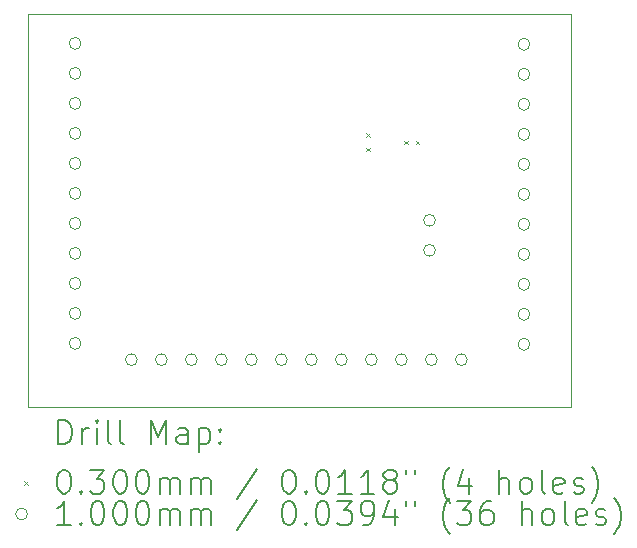
<source format=gbr>
%TF.GenerationSoftware,KiCad,Pcbnew,8.0.1*%
%TF.CreationDate,2024-04-24T16:47:29+07:00*%
%TF.ProjectId,holyiot-21043-nrf52810,686f6c79-696f-4742-9d32-313034332d6e,rev?*%
%TF.SameCoordinates,Original*%
%TF.FileFunction,Drillmap*%
%TF.FilePolarity,Positive*%
%FSLAX45Y45*%
G04 Gerber Fmt 4.5, Leading zero omitted, Abs format (unit mm)*
G04 Created by KiCad (PCBNEW 8.0.1) date 2024-04-24 16:47:29*
%MOMM*%
%LPD*%
G01*
G04 APERTURE LIST*
%ADD10C,0.050000*%
%ADD11C,0.200000*%
%ADD12C,0.100000*%
G04 APERTURE END LIST*
D10*
X12000000Y-9870000D02*
X16600000Y-9870000D01*
X16600000Y-13200000D01*
X12000000Y-13200000D01*
X12000000Y-9870000D01*
D11*
D12*
X14865000Y-10885000D02*
X14895000Y-10915000D01*
X14895000Y-10885000D02*
X14865000Y-10915000D01*
X14865000Y-11005000D02*
X14895000Y-11035000D01*
X14895000Y-11005000D02*
X14865000Y-11035000D01*
X15185000Y-10945000D02*
X15215000Y-10975000D01*
X15215000Y-10945000D02*
X15185000Y-10975000D01*
X15285000Y-10945000D02*
X15315000Y-10975000D01*
X15315000Y-10945000D02*
X15285000Y-10975000D01*
X12450000Y-10122000D02*
G75*
G02*
X12350000Y-10122000I-50000J0D01*
G01*
X12350000Y-10122000D02*
G75*
G02*
X12450000Y-10122000I50000J0D01*
G01*
X12450000Y-10376000D02*
G75*
G02*
X12350000Y-10376000I-50000J0D01*
G01*
X12350000Y-10376000D02*
G75*
G02*
X12450000Y-10376000I50000J0D01*
G01*
X12450000Y-10630000D02*
G75*
G02*
X12350000Y-10630000I-50000J0D01*
G01*
X12350000Y-10630000D02*
G75*
G02*
X12450000Y-10630000I50000J0D01*
G01*
X12450000Y-10884000D02*
G75*
G02*
X12350000Y-10884000I-50000J0D01*
G01*
X12350000Y-10884000D02*
G75*
G02*
X12450000Y-10884000I50000J0D01*
G01*
X12450000Y-11138000D02*
G75*
G02*
X12350000Y-11138000I-50000J0D01*
G01*
X12350000Y-11138000D02*
G75*
G02*
X12450000Y-11138000I50000J0D01*
G01*
X12450000Y-11392000D02*
G75*
G02*
X12350000Y-11392000I-50000J0D01*
G01*
X12350000Y-11392000D02*
G75*
G02*
X12450000Y-11392000I50000J0D01*
G01*
X12450000Y-11646000D02*
G75*
G02*
X12350000Y-11646000I-50000J0D01*
G01*
X12350000Y-11646000D02*
G75*
G02*
X12450000Y-11646000I50000J0D01*
G01*
X12450000Y-11900000D02*
G75*
G02*
X12350000Y-11900000I-50000J0D01*
G01*
X12350000Y-11900000D02*
G75*
G02*
X12450000Y-11900000I50000J0D01*
G01*
X12450000Y-12154000D02*
G75*
G02*
X12350000Y-12154000I-50000J0D01*
G01*
X12350000Y-12154000D02*
G75*
G02*
X12450000Y-12154000I50000J0D01*
G01*
X12450000Y-12408000D02*
G75*
G02*
X12350000Y-12408000I-50000J0D01*
G01*
X12350000Y-12408000D02*
G75*
G02*
X12450000Y-12408000I50000J0D01*
G01*
X12450000Y-12662000D02*
G75*
G02*
X12350000Y-12662000I-50000J0D01*
G01*
X12350000Y-12662000D02*
G75*
G02*
X12450000Y-12662000I50000J0D01*
G01*
X12926000Y-12800000D02*
G75*
G02*
X12826000Y-12800000I-50000J0D01*
G01*
X12826000Y-12800000D02*
G75*
G02*
X12926000Y-12800000I50000J0D01*
G01*
X13180000Y-12800000D02*
G75*
G02*
X13080000Y-12800000I-50000J0D01*
G01*
X13080000Y-12800000D02*
G75*
G02*
X13180000Y-12800000I50000J0D01*
G01*
X13434000Y-12800000D02*
G75*
G02*
X13334000Y-12800000I-50000J0D01*
G01*
X13334000Y-12800000D02*
G75*
G02*
X13434000Y-12800000I50000J0D01*
G01*
X13688000Y-12800000D02*
G75*
G02*
X13588000Y-12800000I-50000J0D01*
G01*
X13588000Y-12800000D02*
G75*
G02*
X13688000Y-12800000I50000J0D01*
G01*
X13942000Y-12800000D02*
G75*
G02*
X13842000Y-12800000I-50000J0D01*
G01*
X13842000Y-12800000D02*
G75*
G02*
X13942000Y-12800000I50000J0D01*
G01*
X14196000Y-12800000D02*
G75*
G02*
X14096000Y-12800000I-50000J0D01*
G01*
X14096000Y-12800000D02*
G75*
G02*
X14196000Y-12800000I50000J0D01*
G01*
X14450000Y-12800000D02*
G75*
G02*
X14350000Y-12800000I-50000J0D01*
G01*
X14350000Y-12800000D02*
G75*
G02*
X14450000Y-12800000I50000J0D01*
G01*
X14704000Y-12800000D02*
G75*
G02*
X14604000Y-12800000I-50000J0D01*
G01*
X14604000Y-12800000D02*
G75*
G02*
X14704000Y-12800000I50000J0D01*
G01*
X14958000Y-12800000D02*
G75*
G02*
X14858000Y-12800000I-50000J0D01*
G01*
X14858000Y-12800000D02*
G75*
G02*
X14958000Y-12800000I50000J0D01*
G01*
X15212000Y-12800000D02*
G75*
G02*
X15112000Y-12800000I-50000J0D01*
G01*
X15112000Y-12800000D02*
G75*
G02*
X15212000Y-12800000I50000J0D01*
G01*
X15450000Y-11620000D02*
G75*
G02*
X15350000Y-11620000I-50000J0D01*
G01*
X15350000Y-11620000D02*
G75*
G02*
X15450000Y-11620000I50000J0D01*
G01*
X15450000Y-11874000D02*
G75*
G02*
X15350000Y-11874000I-50000J0D01*
G01*
X15350000Y-11874000D02*
G75*
G02*
X15450000Y-11874000I50000J0D01*
G01*
X15466000Y-12800000D02*
G75*
G02*
X15366000Y-12800000I-50000J0D01*
G01*
X15366000Y-12800000D02*
G75*
G02*
X15466000Y-12800000I50000J0D01*
G01*
X15720000Y-12800000D02*
G75*
G02*
X15620000Y-12800000I-50000J0D01*
G01*
X15620000Y-12800000D02*
G75*
G02*
X15720000Y-12800000I50000J0D01*
G01*
X16250000Y-10130000D02*
G75*
G02*
X16150000Y-10130000I-50000J0D01*
G01*
X16150000Y-10130000D02*
G75*
G02*
X16250000Y-10130000I50000J0D01*
G01*
X16250000Y-10384000D02*
G75*
G02*
X16150000Y-10384000I-50000J0D01*
G01*
X16150000Y-10384000D02*
G75*
G02*
X16250000Y-10384000I50000J0D01*
G01*
X16250000Y-10638000D02*
G75*
G02*
X16150000Y-10638000I-50000J0D01*
G01*
X16150000Y-10638000D02*
G75*
G02*
X16250000Y-10638000I50000J0D01*
G01*
X16250000Y-10892000D02*
G75*
G02*
X16150000Y-10892000I-50000J0D01*
G01*
X16150000Y-10892000D02*
G75*
G02*
X16250000Y-10892000I50000J0D01*
G01*
X16250000Y-11146000D02*
G75*
G02*
X16150000Y-11146000I-50000J0D01*
G01*
X16150000Y-11146000D02*
G75*
G02*
X16250000Y-11146000I50000J0D01*
G01*
X16250000Y-11400000D02*
G75*
G02*
X16150000Y-11400000I-50000J0D01*
G01*
X16150000Y-11400000D02*
G75*
G02*
X16250000Y-11400000I50000J0D01*
G01*
X16250000Y-11654000D02*
G75*
G02*
X16150000Y-11654000I-50000J0D01*
G01*
X16150000Y-11654000D02*
G75*
G02*
X16250000Y-11654000I50000J0D01*
G01*
X16250000Y-11908000D02*
G75*
G02*
X16150000Y-11908000I-50000J0D01*
G01*
X16150000Y-11908000D02*
G75*
G02*
X16250000Y-11908000I50000J0D01*
G01*
X16250000Y-12162000D02*
G75*
G02*
X16150000Y-12162000I-50000J0D01*
G01*
X16150000Y-12162000D02*
G75*
G02*
X16250000Y-12162000I50000J0D01*
G01*
X16250000Y-12416000D02*
G75*
G02*
X16150000Y-12416000I-50000J0D01*
G01*
X16150000Y-12416000D02*
G75*
G02*
X16250000Y-12416000I50000J0D01*
G01*
X16250000Y-12670000D02*
G75*
G02*
X16150000Y-12670000I-50000J0D01*
G01*
X16150000Y-12670000D02*
G75*
G02*
X16250000Y-12670000I50000J0D01*
G01*
D11*
X12258277Y-13513984D02*
X12258277Y-13313984D01*
X12258277Y-13313984D02*
X12305896Y-13313984D01*
X12305896Y-13313984D02*
X12334467Y-13323508D01*
X12334467Y-13323508D02*
X12353515Y-13342555D01*
X12353515Y-13342555D02*
X12363039Y-13361603D01*
X12363039Y-13361603D02*
X12372562Y-13399698D01*
X12372562Y-13399698D02*
X12372562Y-13428269D01*
X12372562Y-13428269D02*
X12363039Y-13466365D01*
X12363039Y-13466365D02*
X12353515Y-13485412D01*
X12353515Y-13485412D02*
X12334467Y-13504460D01*
X12334467Y-13504460D02*
X12305896Y-13513984D01*
X12305896Y-13513984D02*
X12258277Y-13513984D01*
X12458277Y-13513984D02*
X12458277Y-13380650D01*
X12458277Y-13418746D02*
X12467801Y-13399698D01*
X12467801Y-13399698D02*
X12477324Y-13390174D01*
X12477324Y-13390174D02*
X12496372Y-13380650D01*
X12496372Y-13380650D02*
X12515420Y-13380650D01*
X12582086Y-13513984D02*
X12582086Y-13380650D01*
X12582086Y-13313984D02*
X12572562Y-13323508D01*
X12572562Y-13323508D02*
X12582086Y-13333031D01*
X12582086Y-13333031D02*
X12591610Y-13323508D01*
X12591610Y-13323508D02*
X12582086Y-13313984D01*
X12582086Y-13313984D02*
X12582086Y-13333031D01*
X12705896Y-13513984D02*
X12686848Y-13504460D01*
X12686848Y-13504460D02*
X12677324Y-13485412D01*
X12677324Y-13485412D02*
X12677324Y-13313984D01*
X12810658Y-13513984D02*
X12791610Y-13504460D01*
X12791610Y-13504460D02*
X12782086Y-13485412D01*
X12782086Y-13485412D02*
X12782086Y-13313984D01*
X13039229Y-13513984D02*
X13039229Y-13313984D01*
X13039229Y-13313984D02*
X13105896Y-13456841D01*
X13105896Y-13456841D02*
X13172562Y-13313984D01*
X13172562Y-13313984D02*
X13172562Y-13513984D01*
X13353515Y-13513984D02*
X13353515Y-13409222D01*
X13353515Y-13409222D02*
X13343991Y-13390174D01*
X13343991Y-13390174D02*
X13324943Y-13380650D01*
X13324943Y-13380650D02*
X13286848Y-13380650D01*
X13286848Y-13380650D02*
X13267801Y-13390174D01*
X13353515Y-13504460D02*
X13334467Y-13513984D01*
X13334467Y-13513984D02*
X13286848Y-13513984D01*
X13286848Y-13513984D02*
X13267801Y-13504460D01*
X13267801Y-13504460D02*
X13258277Y-13485412D01*
X13258277Y-13485412D02*
X13258277Y-13466365D01*
X13258277Y-13466365D02*
X13267801Y-13447317D01*
X13267801Y-13447317D02*
X13286848Y-13437793D01*
X13286848Y-13437793D02*
X13334467Y-13437793D01*
X13334467Y-13437793D02*
X13353515Y-13428269D01*
X13448753Y-13380650D02*
X13448753Y-13580650D01*
X13448753Y-13390174D02*
X13467801Y-13380650D01*
X13467801Y-13380650D02*
X13505896Y-13380650D01*
X13505896Y-13380650D02*
X13524943Y-13390174D01*
X13524943Y-13390174D02*
X13534467Y-13399698D01*
X13534467Y-13399698D02*
X13543991Y-13418746D01*
X13543991Y-13418746D02*
X13543991Y-13475888D01*
X13543991Y-13475888D02*
X13534467Y-13494936D01*
X13534467Y-13494936D02*
X13524943Y-13504460D01*
X13524943Y-13504460D02*
X13505896Y-13513984D01*
X13505896Y-13513984D02*
X13467801Y-13513984D01*
X13467801Y-13513984D02*
X13448753Y-13504460D01*
X13629705Y-13494936D02*
X13639229Y-13504460D01*
X13639229Y-13504460D02*
X13629705Y-13513984D01*
X13629705Y-13513984D02*
X13620182Y-13504460D01*
X13620182Y-13504460D02*
X13629705Y-13494936D01*
X13629705Y-13494936D02*
X13629705Y-13513984D01*
X13629705Y-13390174D02*
X13639229Y-13399698D01*
X13639229Y-13399698D02*
X13629705Y-13409222D01*
X13629705Y-13409222D02*
X13620182Y-13399698D01*
X13620182Y-13399698D02*
X13629705Y-13390174D01*
X13629705Y-13390174D02*
X13629705Y-13409222D01*
D12*
X11967500Y-13827500D02*
X11997500Y-13857500D01*
X11997500Y-13827500D02*
X11967500Y-13857500D01*
D11*
X12296372Y-13733984D02*
X12315420Y-13733984D01*
X12315420Y-13733984D02*
X12334467Y-13743508D01*
X12334467Y-13743508D02*
X12343991Y-13753031D01*
X12343991Y-13753031D02*
X12353515Y-13772079D01*
X12353515Y-13772079D02*
X12363039Y-13810174D01*
X12363039Y-13810174D02*
X12363039Y-13857793D01*
X12363039Y-13857793D02*
X12353515Y-13895888D01*
X12353515Y-13895888D02*
X12343991Y-13914936D01*
X12343991Y-13914936D02*
X12334467Y-13924460D01*
X12334467Y-13924460D02*
X12315420Y-13933984D01*
X12315420Y-13933984D02*
X12296372Y-13933984D01*
X12296372Y-13933984D02*
X12277324Y-13924460D01*
X12277324Y-13924460D02*
X12267801Y-13914936D01*
X12267801Y-13914936D02*
X12258277Y-13895888D01*
X12258277Y-13895888D02*
X12248753Y-13857793D01*
X12248753Y-13857793D02*
X12248753Y-13810174D01*
X12248753Y-13810174D02*
X12258277Y-13772079D01*
X12258277Y-13772079D02*
X12267801Y-13753031D01*
X12267801Y-13753031D02*
X12277324Y-13743508D01*
X12277324Y-13743508D02*
X12296372Y-13733984D01*
X12448753Y-13914936D02*
X12458277Y-13924460D01*
X12458277Y-13924460D02*
X12448753Y-13933984D01*
X12448753Y-13933984D02*
X12439229Y-13924460D01*
X12439229Y-13924460D02*
X12448753Y-13914936D01*
X12448753Y-13914936D02*
X12448753Y-13933984D01*
X12524943Y-13733984D02*
X12648753Y-13733984D01*
X12648753Y-13733984D02*
X12582086Y-13810174D01*
X12582086Y-13810174D02*
X12610658Y-13810174D01*
X12610658Y-13810174D02*
X12629705Y-13819698D01*
X12629705Y-13819698D02*
X12639229Y-13829222D01*
X12639229Y-13829222D02*
X12648753Y-13848269D01*
X12648753Y-13848269D02*
X12648753Y-13895888D01*
X12648753Y-13895888D02*
X12639229Y-13914936D01*
X12639229Y-13914936D02*
X12629705Y-13924460D01*
X12629705Y-13924460D02*
X12610658Y-13933984D01*
X12610658Y-13933984D02*
X12553515Y-13933984D01*
X12553515Y-13933984D02*
X12534467Y-13924460D01*
X12534467Y-13924460D02*
X12524943Y-13914936D01*
X12772562Y-13733984D02*
X12791610Y-13733984D01*
X12791610Y-13733984D02*
X12810658Y-13743508D01*
X12810658Y-13743508D02*
X12820182Y-13753031D01*
X12820182Y-13753031D02*
X12829705Y-13772079D01*
X12829705Y-13772079D02*
X12839229Y-13810174D01*
X12839229Y-13810174D02*
X12839229Y-13857793D01*
X12839229Y-13857793D02*
X12829705Y-13895888D01*
X12829705Y-13895888D02*
X12820182Y-13914936D01*
X12820182Y-13914936D02*
X12810658Y-13924460D01*
X12810658Y-13924460D02*
X12791610Y-13933984D01*
X12791610Y-13933984D02*
X12772562Y-13933984D01*
X12772562Y-13933984D02*
X12753515Y-13924460D01*
X12753515Y-13924460D02*
X12743991Y-13914936D01*
X12743991Y-13914936D02*
X12734467Y-13895888D01*
X12734467Y-13895888D02*
X12724943Y-13857793D01*
X12724943Y-13857793D02*
X12724943Y-13810174D01*
X12724943Y-13810174D02*
X12734467Y-13772079D01*
X12734467Y-13772079D02*
X12743991Y-13753031D01*
X12743991Y-13753031D02*
X12753515Y-13743508D01*
X12753515Y-13743508D02*
X12772562Y-13733984D01*
X12963039Y-13733984D02*
X12982086Y-13733984D01*
X12982086Y-13733984D02*
X13001134Y-13743508D01*
X13001134Y-13743508D02*
X13010658Y-13753031D01*
X13010658Y-13753031D02*
X13020182Y-13772079D01*
X13020182Y-13772079D02*
X13029705Y-13810174D01*
X13029705Y-13810174D02*
X13029705Y-13857793D01*
X13029705Y-13857793D02*
X13020182Y-13895888D01*
X13020182Y-13895888D02*
X13010658Y-13914936D01*
X13010658Y-13914936D02*
X13001134Y-13924460D01*
X13001134Y-13924460D02*
X12982086Y-13933984D01*
X12982086Y-13933984D02*
X12963039Y-13933984D01*
X12963039Y-13933984D02*
X12943991Y-13924460D01*
X12943991Y-13924460D02*
X12934467Y-13914936D01*
X12934467Y-13914936D02*
X12924943Y-13895888D01*
X12924943Y-13895888D02*
X12915420Y-13857793D01*
X12915420Y-13857793D02*
X12915420Y-13810174D01*
X12915420Y-13810174D02*
X12924943Y-13772079D01*
X12924943Y-13772079D02*
X12934467Y-13753031D01*
X12934467Y-13753031D02*
X12943991Y-13743508D01*
X12943991Y-13743508D02*
X12963039Y-13733984D01*
X13115420Y-13933984D02*
X13115420Y-13800650D01*
X13115420Y-13819698D02*
X13124943Y-13810174D01*
X13124943Y-13810174D02*
X13143991Y-13800650D01*
X13143991Y-13800650D02*
X13172563Y-13800650D01*
X13172563Y-13800650D02*
X13191610Y-13810174D01*
X13191610Y-13810174D02*
X13201134Y-13829222D01*
X13201134Y-13829222D02*
X13201134Y-13933984D01*
X13201134Y-13829222D02*
X13210658Y-13810174D01*
X13210658Y-13810174D02*
X13229705Y-13800650D01*
X13229705Y-13800650D02*
X13258277Y-13800650D01*
X13258277Y-13800650D02*
X13277324Y-13810174D01*
X13277324Y-13810174D02*
X13286848Y-13829222D01*
X13286848Y-13829222D02*
X13286848Y-13933984D01*
X13382086Y-13933984D02*
X13382086Y-13800650D01*
X13382086Y-13819698D02*
X13391610Y-13810174D01*
X13391610Y-13810174D02*
X13410658Y-13800650D01*
X13410658Y-13800650D02*
X13439229Y-13800650D01*
X13439229Y-13800650D02*
X13458277Y-13810174D01*
X13458277Y-13810174D02*
X13467801Y-13829222D01*
X13467801Y-13829222D02*
X13467801Y-13933984D01*
X13467801Y-13829222D02*
X13477324Y-13810174D01*
X13477324Y-13810174D02*
X13496372Y-13800650D01*
X13496372Y-13800650D02*
X13524943Y-13800650D01*
X13524943Y-13800650D02*
X13543991Y-13810174D01*
X13543991Y-13810174D02*
X13553515Y-13829222D01*
X13553515Y-13829222D02*
X13553515Y-13933984D01*
X13943991Y-13724460D02*
X13772563Y-13981603D01*
X14201134Y-13733984D02*
X14220182Y-13733984D01*
X14220182Y-13733984D02*
X14239229Y-13743508D01*
X14239229Y-13743508D02*
X14248753Y-13753031D01*
X14248753Y-13753031D02*
X14258277Y-13772079D01*
X14258277Y-13772079D02*
X14267801Y-13810174D01*
X14267801Y-13810174D02*
X14267801Y-13857793D01*
X14267801Y-13857793D02*
X14258277Y-13895888D01*
X14258277Y-13895888D02*
X14248753Y-13914936D01*
X14248753Y-13914936D02*
X14239229Y-13924460D01*
X14239229Y-13924460D02*
X14220182Y-13933984D01*
X14220182Y-13933984D02*
X14201134Y-13933984D01*
X14201134Y-13933984D02*
X14182086Y-13924460D01*
X14182086Y-13924460D02*
X14172563Y-13914936D01*
X14172563Y-13914936D02*
X14163039Y-13895888D01*
X14163039Y-13895888D02*
X14153515Y-13857793D01*
X14153515Y-13857793D02*
X14153515Y-13810174D01*
X14153515Y-13810174D02*
X14163039Y-13772079D01*
X14163039Y-13772079D02*
X14172563Y-13753031D01*
X14172563Y-13753031D02*
X14182086Y-13743508D01*
X14182086Y-13743508D02*
X14201134Y-13733984D01*
X14353515Y-13914936D02*
X14363039Y-13924460D01*
X14363039Y-13924460D02*
X14353515Y-13933984D01*
X14353515Y-13933984D02*
X14343991Y-13924460D01*
X14343991Y-13924460D02*
X14353515Y-13914936D01*
X14353515Y-13914936D02*
X14353515Y-13933984D01*
X14486848Y-13733984D02*
X14505896Y-13733984D01*
X14505896Y-13733984D02*
X14524944Y-13743508D01*
X14524944Y-13743508D02*
X14534467Y-13753031D01*
X14534467Y-13753031D02*
X14543991Y-13772079D01*
X14543991Y-13772079D02*
X14553515Y-13810174D01*
X14553515Y-13810174D02*
X14553515Y-13857793D01*
X14553515Y-13857793D02*
X14543991Y-13895888D01*
X14543991Y-13895888D02*
X14534467Y-13914936D01*
X14534467Y-13914936D02*
X14524944Y-13924460D01*
X14524944Y-13924460D02*
X14505896Y-13933984D01*
X14505896Y-13933984D02*
X14486848Y-13933984D01*
X14486848Y-13933984D02*
X14467801Y-13924460D01*
X14467801Y-13924460D02*
X14458277Y-13914936D01*
X14458277Y-13914936D02*
X14448753Y-13895888D01*
X14448753Y-13895888D02*
X14439229Y-13857793D01*
X14439229Y-13857793D02*
X14439229Y-13810174D01*
X14439229Y-13810174D02*
X14448753Y-13772079D01*
X14448753Y-13772079D02*
X14458277Y-13753031D01*
X14458277Y-13753031D02*
X14467801Y-13743508D01*
X14467801Y-13743508D02*
X14486848Y-13733984D01*
X14743991Y-13933984D02*
X14629706Y-13933984D01*
X14686848Y-13933984D02*
X14686848Y-13733984D01*
X14686848Y-13733984D02*
X14667801Y-13762555D01*
X14667801Y-13762555D02*
X14648753Y-13781603D01*
X14648753Y-13781603D02*
X14629706Y-13791127D01*
X14934467Y-13933984D02*
X14820182Y-13933984D01*
X14877325Y-13933984D02*
X14877325Y-13733984D01*
X14877325Y-13733984D02*
X14858277Y-13762555D01*
X14858277Y-13762555D02*
X14839229Y-13781603D01*
X14839229Y-13781603D02*
X14820182Y-13791127D01*
X15048753Y-13819698D02*
X15029706Y-13810174D01*
X15029706Y-13810174D02*
X15020182Y-13800650D01*
X15020182Y-13800650D02*
X15010658Y-13781603D01*
X15010658Y-13781603D02*
X15010658Y-13772079D01*
X15010658Y-13772079D02*
X15020182Y-13753031D01*
X15020182Y-13753031D02*
X15029706Y-13743508D01*
X15029706Y-13743508D02*
X15048753Y-13733984D01*
X15048753Y-13733984D02*
X15086848Y-13733984D01*
X15086848Y-13733984D02*
X15105896Y-13743508D01*
X15105896Y-13743508D02*
X15115420Y-13753031D01*
X15115420Y-13753031D02*
X15124944Y-13772079D01*
X15124944Y-13772079D02*
X15124944Y-13781603D01*
X15124944Y-13781603D02*
X15115420Y-13800650D01*
X15115420Y-13800650D02*
X15105896Y-13810174D01*
X15105896Y-13810174D02*
X15086848Y-13819698D01*
X15086848Y-13819698D02*
X15048753Y-13819698D01*
X15048753Y-13819698D02*
X15029706Y-13829222D01*
X15029706Y-13829222D02*
X15020182Y-13838746D01*
X15020182Y-13838746D02*
X15010658Y-13857793D01*
X15010658Y-13857793D02*
X15010658Y-13895888D01*
X15010658Y-13895888D02*
X15020182Y-13914936D01*
X15020182Y-13914936D02*
X15029706Y-13924460D01*
X15029706Y-13924460D02*
X15048753Y-13933984D01*
X15048753Y-13933984D02*
X15086848Y-13933984D01*
X15086848Y-13933984D02*
X15105896Y-13924460D01*
X15105896Y-13924460D02*
X15115420Y-13914936D01*
X15115420Y-13914936D02*
X15124944Y-13895888D01*
X15124944Y-13895888D02*
X15124944Y-13857793D01*
X15124944Y-13857793D02*
X15115420Y-13838746D01*
X15115420Y-13838746D02*
X15105896Y-13829222D01*
X15105896Y-13829222D02*
X15086848Y-13819698D01*
X15201134Y-13733984D02*
X15201134Y-13772079D01*
X15277325Y-13733984D02*
X15277325Y-13772079D01*
X15572563Y-14010174D02*
X15563039Y-14000650D01*
X15563039Y-14000650D02*
X15543991Y-13972079D01*
X15543991Y-13972079D02*
X15534468Y-13953031D01*
X15534468Y-13953031D02*
X15524944Y-13924460D01*
X15524944Y-13924460D02*
X15515420Y-13876841D01*
X15515420Y-13876841D02*
X15515420Y-13838746D01*
X15515420Y-13838746D02*
X15524944Y-13791127D01*
X15524944Y-13791127D02*
X15534468Y-13762555D01*
X15534468Y-13762555D02*
X15543991Y-13743508D01*
X15543991Y-13743508D02*
X15563039Y-13714936D01*
X15563039Y-13714936D02*
X15572563Y-13705412D01*
X15734468Y-13800650D02*
X15734468Y-13933984D01*
X15686848Y-13724460D02*
X15639229Y-13867317D01*
X15639229Y-13867317D02*
X15763039Y-13867317D01*
X15991610Y-13933984D02*
X15991610Y-13733984D01*
X16077325Y-13933984D02*
X16077325Y-13829222D01*
X16077325Y-13829222D02*
X16067801Y-13810174D01*
X16067801Y-13810174D02*
X16048753Y-13800650D01*
X16048753Y-13800650D02*
X16020182Y-13800650D01*
X16020182Y-13800650D02*
X16001134Y-13810174D01*
X16001134Y-13810174D02*
X15991610Y-13819698D01*
X16201134Y-13933984D02*
X16182087Y-13924460D01*
X16182087Y-13924460D02*
X16172563Y-13914936D01*
X16172563Y-13914936D02*
X16163039Y-13895888D01*
X16163039Y-13895888D02*
X16163039Y-13838746D01*
X16163039Y-13838746D02*
X16172563Y-13819698D01*
X16172563Y-13819698D02*
X16182087Y-13810174D01*
X16182087Y-13810174D02*
X16201134Y-13800650D01*
X16201134Y-13800650D02*
X16229706Y-13800650D01*
X16229706Y-13800650D02*
X16248753Y-13810174D01*
X16248753Y-13810174D02*
X16258277Y-13819698D01*
X16258277Y-13819698D02*
X16267801Y-13838746D01*
X16267801Y-13838746D02*
X16267801Y-13895888D01*
X16267801Y-13895888D02*
X16258277Y-13914936D01*
X16258277Y-13914936D02*
X16248753Y-13924460D01*
X16248753Y-13924460D02*
X16229706Y-13933984D01*
X16229706Y-13933984D02*
X16201134Y-13933984D01*
X16382087Y-13933984D02*
X16363039Y-13924460D01*
X16363039Y-13924460D02*
X16353515Y-13905412D01*
X16353515Y-13905412D02*
X16353515Y-13733984D01*
X16534468Y-13924460D02*
X16515420Y-13933984D01*
X16515420Y-13933984D02*
X16477325Y-13933984D01*
X16477325Y-13933984D02*
X16458277Y-13924460D01*
X16458277Y-13924460D02*
X16448753Y-13905412D01*
X16448753Y-13905412D02*
X16448753Y-13829222D01*
X16448753Y-13829222D02*
X16458277Y-13810174D01*
X16458277Y-13810174D02*
X16477325Y-13800650D01*
X16477325Y-13800650D02*
X16515420Y-13800650D01*
X16515420Y-13800650D02*
X16534468Y-13810174D01*
X16534468Y-13810174D02*
X16543991Y-13829222D01*
X16543991Y-13829222D02*
X16543991Y-13848269D01*
X16543991Y-13848269D02*
X16448753Y-13867317D01*
X16620182Y-13924460D02*
X16639230Y-13933984D01*
X16639230Y-13933984D02*
X16677325Y-13933984D01*
X16677325Y-13933984D02*
X16696372Y-13924460D01*
X16696372Y-13924460D02*
X16705896Y-13905412D01*
X16705896Y-13905412D02*
X16705896Y-13895888D01*
X16705896Y-13895888D02*
X16696372Y-13876841D01*
X16696372Y-13876841D02*
X16677325Y-13867317D01*
X16677325Y-13867317D02*
X16648753Y-13867317D01*
X16648753Y-13867317D02*
X16629706Y-13857793D01*
X16629706Y-13857793D02*
X16620182Y-13838746D01*
X16620182Y-13838746D02*
X16620182Y-13829222D01*
X16620182Y-13829222D02*
X16629706Y-13810174D01*
X16629706Y-13810174D02*
X16648753Y-13800650D01*
X16648753Y-13800650D02*
X16677325Y-13800650D01*
X16677325Y-13800650D02*
X16696372Y-13810174D01*
X16772563Y-14010174D02*
X16782087Y-14000650D01*
X16782087Y-14000650D02*
X16801134Y-13972079D01*
X16801134Y-13972079D02*
X16810658Y-13953031D01*
X16810658Y-13953031D02*
X16820182Y-13924460D01*
X16820182Y-13924460D02*
X16829706Y-13876841D01*
X16829706Y-13876841D02*
X16829706Y-13838746D01*
X16829706Y-13838746D02*
X16820182Y-13791127D01*
X16820182Y-13791127D02*
X16810658Y-13762555D01*
X16810658Y-13762555D02*
X16801134Y-13743508D01*
X16801134Y-13743508D02*
X16782087Y-13714936D01*
X16782087Y-13714936D02*
X16772563Y-13705412D01*
D12*
X11997500Y-14106500D02*
G75*
G02*
X11897500Y-14106500I-50000J0D01*
G01*
X11897500Y-14106500D02*
G75*
G02*
X11997500Y-14106500I50000J0D01*
G01*
D11*
X12363039Y-14197984D02*
X12248753Y-14197984D01*
X12305896Y-14197984D02*
X12305896Y-13997984D01*
X12305896Y-13997984D02*
X12286848Y-14026555D01*
X12286848Y-14026555D02*
X12267801Y-14045603D01*
X12267801Y-14045603D02*
X12248753Y-14055127D01*
X12448753Y-14178936D02*
X12458277Y-14188460D01*
X12458277Y-14188460D02*
X12448753Y-14197984D01*
X12448753Y-14197984D02*
X12439229Y-14188460D01*
X12439229Y-14188460D02*
X12448753Y-14178936D01*
X12448753Y-14178936D02*
X12448753Y-14197984D01*
X12582086Y-13997984D02*
X12601134Y-13997984D01*
X12601134Y-13997984D02*
X12620182Y-14007508D01*
X12620182Y-14007508D02*
X12629705Y-14017031D01*
X12629705Y-14017031D02*
X12639229Y-14036079D01*
X12639229Y-14036079D02*
X12648753Y-14074174D01*
X12648753Y-14074174D02*
X12648753Y-14121793D01*
X12648753Y-14121793D02*
X12639229Y-14159888D01*
X12639229Y-14159888D02*
X12629705Y-14178936D01*
X12629705Y-14178936D02*
X12620182Y-14188460D01*
X12620182Y-14188460D02*
X12601134Y-14197984D01*
X12601134Y-14197984D02*
X12582086Y-14197984D01*
X12582086Y-14197984D02*
X12563039Y-14188460D01*
X12563039Y-14188460D02*
X12553515Y-14178936D01*
X12553515Y-14178936D02*
X12543991Y-14159888D01*
X12543991Y-14159888D02*
X12534467Y-14121793D01*
X12534467Y-14121793D02*
X12534467Y-14074174D01*
X12534467Y-14074174D02*
X12543991Y-14036079D01*
X12543991Y-14036079D02*
X12553515Y-14017031D01*
X12553515Y-14017031D02*
X12563039Y-14007508D01*
X12563039Y-14007508D02*
X12582086Y-13997984D01*
X12772562Y-13997984D02*
X12791610Y-13997984D01*
X12791610Y-13997984D02*
X12810658Y-14007508D01*
X12810658Y-14007508D02*
X12820182Y-14017031D01*
X12820182Y-14017031D02*
X12829705Y-14036079D01*
X12829705Y-14036079D02*
X12839229Y-14074174D01*
X12839229Y-14074174D02*
X12839229Y-14121793D01*
X12839229Y-14121793D02*
X12829705Y-14159888D01*
X12829705Y-14159888D02*
X12820182Y-14178936D01*
X12820182Y-14178936D02*
X12810658Y-14188460D01*
X12810658Y-14188460D02*
X12791610Y-14197984D01*
X12791610Y-14197984D02*
X12772562Y-14197984D01*
X12772562Y-14197984D02*
X12753515Y-14188460D01*
X12753515Y-14188460D02*
X12743991Y-14178936D01*
X12743991Y-14178936D02*
X12734467Y-14159888D01*
X12734467Y-14159888D02*
X12724943Y-14121793D01*
X12724943Y-14121793D02*
X12724943Y-14074174D01*
X12724943Y-14074174D02*
X12734467Y-14036079D01*
X12734467Y-14036079D02*
X12743991Y-14017031D01*
X12743991Y-14017031D02*
X12753515Y-14007508D01*
X12753515Y-14007508D02*
X12772562Y-13997984D01*
X12963039Y-13997984D02*
X12982086Y-13997984D01*
X12982086Y-13997984D02*
X13001134Y-14007508D01*
X13001134Y-14007508D02*
X13010658Y-14017031D01*
X13010658Y-14017031D02*
X13020182Y-14036079D01*
X13020182Y-14036079D02*
X13029705Y-14074174D01*
X13029705Y-14074174D02*
X13029705Y-14121793D01*
X13029705Y-14121793D02*
X13020182Y-14159888D01*
X13020182Y-14159888D02*
X13010658Y-14178936D01*
X13010658Y-14178936D02*
X13001134Y-14188460D01*
X13001134Y-14188460D02*
X12982086Y-14197984D01*
X12982086Y-14197984D02*
X12963039Y-14197984D01*
X12963039Y-14197984D02*
X12943991Y-14188460D01*
X12943991Y-14188460D02*
X12934467Y-14178936D01*
X12934467Y-14178936D02*
X12924943Y-14159888D01*
X12924943Y-14159888D02*
X12915420Y-14121793D01*
X12915420Y-14121793D02*
X12915420Y-14074174D01*
X12915420Y-14074174D02*
X12924943Y-14036079D01*
X12924943Y-14036079D02*
X12934467Y-14017031D01*
X12934467Y-14017031D02*
X12943991Y-14007508D01*
X12943991Y-14007508D02*
X12963039Y-13997984D01*
X13115420Y-14197984D02*
X13115420Y-14064650D01*
X13115420Y-14083698D02*
X13124943Y-14074174D01*
X13124943Y-14074174D02*
X13143991Y-14064650D01*
X13143991Y-14064650D02*
X13172563Y-14064650D01*
X13172563Y-14064650D02*
X13191610Y-14074174D01*
X13191610Y-14074174D02*
X13201134Y-14093222D01*
X13201134Y-14093222D02*
X13201134Y-14197984D01*
X13201134Y-14093222D02*
X13210658Y-14074174D01*
X13210658Y-14074174D02*
X13229705Y-14064650D01*
X13229705Y-14064650D02*
X13258277Y-14064650D01*
X13258277Y-14064650D02*
X13277324Y-14074174D01*
X13277324Y-14074174D02*
X13286848Y-14093222D01*
X13286848Y-14093222D02*
X13286848Y-14197984D01*
X13382086Y-14197984D02*
X13382086Y-14064650D01*
X13382086Y-14083698D02*
X13391610Y-14074174D01*
X13391610Y-14074174D02*
X13410658Y-14064650D01*
X13410658Y-14064650D02*
X13439229Y-14064650D01*
X13439229Y-14064650D02*
X13458277Y-14074174D01*
X13458277Y-14074174D02*
X13467801Y-14093222D01*
X13467801Y-14093222D02*
X13467801Y-14197984D01*
X13467801Y-14093222D02*
X13477324Y-14074174D01*
X13477324Y-14074174D02*
X13496372Y-14064650D01*
X13496372Y-14064650D02*
X13524943Y-14064650D01*
X13524943Y-14064650D02*
X13543991Y-14074174D01*
X13543991Y-14074174D02*
X13553515Y-14093222D01*
X13553515Y-14093222D02*
X13553515Y-14197984D01*
X13943991Y-13988460D02*
X13772563Y-14245603D01*
X14201134Y-13997984D02*
X14220182Y-13997984D01*
X14220182Y-13997984D02*
X14239229Y-14007508D01*
X14239229Y-14007508D02*
X14248753Y-14017031D01*
X14248753Y-14017031D02*
X14258277Y-14036079D01*
X14258277Y-14036079D02*
X14267801Y-14074174D01*
X14267801Y-14074174D02*
X14267801Y-14121793D01*
X14267801Y-14121793D02*
X14258277Y-14159888D01*
X14258277Y-14159888D02*
X14248753Y-14178936D01*
X14248753Y-14178936D02*
X14239229Y-14188460D01*
X14239229Y-14188460D02*
X14220182Y-14197984D01*
X14220182Y-14197984D02*
X14201134Y-14197984D01*
X14201134Y-14197984D02*
X14182086Y-14188460D01*
X14182086Y-14188460D02*
X14172563Y-14178936D01*
X14172563Y-14178936D02*
X14163039Y-14159888D01*
X14163039Y-14159888D02*
X14153515Y-14121793D01*
X14153515Y-14121793D02*
X14153515Y-14074174D01*
X14153515Y-14074174D02*
X14163039Y-14036079D01*
X14163039Y-14036079D02*
X14172563Y-14017031D01*
X14172563Y-14017031D02*
X14182086Y-14007508D01*
X14182086Y-14007508D02*
X14201134Y-13997984D01*
X14353515Y-14178936D02*
X14363039Y-14188460D01*
X14363039Y-14188460D02*
X14353515Y-14197984D01*
X14353515Y-14197984D02*
X14343991Y-14188460D01*
X14343991Y-14188460D02*
X14353515Y-14178936D01*
X14353515Y-14178936D02*
X14353515Y-14197984D01*
X14486848Y-13997984D02*
X14505896Y-13997984D01*
X14505896Y-13997984D02*
X14524944Y-14007508D01*
X14524944Y-14007508D02*
X14534467Y-14017031D01*
X14534467Y-14017031D02*
X14543991Y-14036079D01*
X14543991Y-14036079D02*
X14553515Y-14074174D01*
X14553515Y-14074174D02*
X14553515Y-14121793D01*
X14553515Y-14121793D02*
X14543991Y-14159888D01*
X14543991Y-14159888D02*
X14534467Y-14178936D01*
X14534467Y-14178936D02*
X14524944Y-14188460D01*
X14524944Y-14188460D02*
X14505896Y-14197984D01*
X14505896Y-14197984D02*
X14486848Y-14197984D01*
X14486848Y-14197984D02*
X14467801Y-14188460D01*
X14467801Y-14188460D02*
X14458277Y-14178936D01*
X14458277Y-14178936D02*
X14448753Y-14159888D01*
X14448753Y-14159888D02*
X14439229Y-14121793D01*
X14439229Y-14121793D02*
X14439229Y-14074174D01*
X14439229Y-14074174D02*
X14448753Y-14036079D01*
X14448753Y-14036079D02*
X14458277Y-14017031D01*
X14458277Y-14017031D02*
X14467801Y-14007508D01*
X14467801Y-14007508D02*
X14486848Y-13997984D01*
X14620182Y-13997984D02*
X14743991Y-13997984D01*
X14743991Y-13997984D02*
X14677325Y-14074174D01*
X14677325Y-14074174D02*
X14705896Y-14074174D01*
X14705896Y-14074174D02*
X14724944Y-14083698D01*
X14724944Y-14083698D02*
X14734467Y-14093222D01*
X14734467Y-14093222D02*
X14743991Y-14112269D01*
X14743991Y-14112269D02*
X14743991Y-14159888D01*
X14743991Y-14159888D02*
X14734467Y-14178936D01*
X14734467Y-14178936D02*
X14724944Y-14188460D01*
X14724944Y-14188460D02*
X14705896Y-14197984D01*
X14705896Y-14197984D02*
X14648753Y-14197984D01*
X14648753Y-14197984D02*
X14629706Y-14188460D01*
X14629706Y-14188460D02*
X14620182Y-14178936D01*
X14839229Y-14197984D02*
X14877325Y-14197984D01*
X14877325Y-14197984D02*
X14896372Y-14188460D01*
X14896372Y-14188460D02*
X14905896Y-14178936D01*
X14905896Y-14178936D02*
X14924944Y-14150365D01*
X14924944Y-14150365D02*
X14934467Y-14112269D01*
X14934467Y-14112269D02*
X14934467Y-14036079D01*
X14934467Y-14036079D02*
X14924944Y-14017031D01*
X14924944Y-14017031D02*
X14915420Y-14007508D01*
X14915420Y-14007508D02*
X14896372Y-13997984D01*
X14896372Y-13997984D02*
X14858277Y-13997984D01*
X14858277Y-13997984D02*
X14839229Y-14007508D01*
X14839229Y-14007508D02*
X14829706Y-14017031D01*
X14829706Y-14017031D02*
X14820182Y-14036079D01*
X14820182Y-14036079D02*
X14820182Y-14083698D01*
X14820182Y-14083698D02*
X14829706Y-14102746D01*
X14829706Y-14102746D02*
X14839229Y-14112269D01*
X14839229Y-14112269D02*
X14858277Y-14121793D01*
X14858277Y-14121793D02*
X14896372Y-14121793D01*
X14896372Y-14121793D02*
X14915420Y-14112269D01*
X14915420Y-14112269D02*
X14924944Y-14102746D01*
X14924944Y-14102746D02*
X14934467Y-14083698D01*
X15105896Y-14064650D02*
X15105896Y-14197984D01*
X15058277Y-13988460D02*
X15010658Y-14131317D01*
X15010658Y-14131317D02*
X15134467Y-14131317D01*
X15201134Y-13997984D02*
X15201134Y-14036079D01*
X15277325Y-13997984D02*
X15277325Y-14036079D01*
X15572563Y-14274174D02*
X15563039Y-14264650D01*
X15563039Y-14264650D02*
X15543991Y-14236079D01*
X15543991Y-14236079D02*
X15534468Y-14217031D01*
X15534468Y-14217031D02*
X15524944Y-14188460D01*
X15524944Y-14188460D02*
X15515420Y-14140841D01*
X15515420Y-14140841D02*
X15515420Y-14102746D01*
X15515420Y-14102746D02*
X15524944Y-14055127D01*
X15524944Y-14055127D02*
X15534468Y-14026555D01*
X15534468Y-14026555D02*
X15543991Y-14007508D01*
X15543991Y-14007508D02*
X15563039Y-13978936D01*
X15563039Y-13978936D02*
X15572563Y-13969412D01*
X15629706Y-13997984D02*
X15753515Y-13997984D01*
X15753515Y-13997984D02*
X15686848Y-14074174D01*
X15686848Y-14074174D02*
X15715420Y-14074174D01*
X15715420Y-14074174D02*
X15734468Y-14083698D01*
X15734468Y-14083698D02*
X15743991Y-14093222D01*
X15743991Y-14093222D02*
X15753515Y-14112269D01*
X15753515Y-14112269D02*
X15753515Y-14159888D01*
X15753515Y-14159888D02*
X15743991Y-14178936D01*
X15743991Y-14178936D02*
X15734468Y-14188460D01*
X15734468Y-14188460D02*
X15715420Y-14197984D01*
X15715420Y-14197984D02*
X15658277Y-14197984D01*
X15658277Y-14197984D02*
X15639229Y-14188460D01*
X15639229Y-14188460D02*
X15629706Y-14178936D01*
X15924944Y-13997984D02*
X15886848Y-13997984D01*
X15886848Y-13997984D02*
X15867801Y-14007508D01*
X15867801Y-14007508D02*
X15858277Y-14017031D01*
X15858277Y-14017031D02*
X15839229Y-14045603D01*
X15839229Y-14045603D02*
X15829706Y-14083698D01*
X15829706Y-14083698D02*
X15829706Y-14159888D01*
X15829706Y-14159888D02*
X15839229Y-14178936D01*
X15839229Y-14178936D02*
X15848753Y-14188460D01*
X15848753Y-14188460D02*
X15867801Y-14197984D01*
X15867801Y-14197984D02*
X15905896Y-14197984D01*
X15905896Y-14197984D02*
X15924944Y-14188460D01*
X15924944Y-14188460D02*
X15934468Y-14178936D01*
X15934468Y-14178936D02*
X15943991Y-14159888D01*
X15943991Y-14159888D02*
X15943991Y-14112269D01*
X15943991Y-14112269D02*
X15934468Y-14093222D01*
X15934468Y-14093222D02*
X15924944Y-14083698D01*
X15924944Y-14083698D02*
X15905896Y-14074174D01*
X15905896Y-14074174D02*
X15867801Y-14074174D01*
X15867801Y-14074174D02*
X15848753Y-14083698D01*
X15848753Y-14083698D02*
X15839229Y-14093222D01*
X15839229Y-14093222D02*
X15829706Y-14112269D01*
X16182087Y-14197984D02*
X16182087Y-13997984D01*
X16267801Y-14197984D02*
X16267801Y-14093222D01*
X16267801Y-14093222D02*
X16258277Y-14074174D01*
X16258277Y-14074174D02*
X16239230Y-14064650D01*
X16239230Y-14064650D02*
X16210658Y-14064650D01*
X16210658Y-14064650D02*
X16191610Y-14074174D01*
X16191610Y-14074174D02*
X16182087Y-14083698D01*
X16391610Y-14197984D02*
X16372563Y-14188460D01*
X16372563Y-14188460D02*
X16363039Y-14178936D01*
X16363039Y-14178936D02*
X16353515Y-14159888D01*
X16353515Y-14159888D02*
X16353515Y-14102746D01*
X16353515Y-14102746D02*
X16363039Y-14083698D01*
X16363039Y-14083698D02*
X16372563Y-14074174D01*
X16372563Y-14074174D02*
X16391610Y-14064650D01*
X16391610Y-14064650D02*
X16420182Y-14064650D01*
X16420182Y-14064650D02*
X16439230Y-14074174D01*
X16439230Y-14074174D02*
X16448753Y-14083698D01*
X16448753Y-14083698D02*
X16458277Y-14102746D01*
X16458277Y-14102746D02*
X16458277Y-14159888D01*
X16458277Y-14159888D02*
X16448753Y-14178936D01*
X16448753Y-14178936D02*
X16439230Y-14188460D01*
X16439230Y-14188460D02*
X16420182Y-14197984D01*
X16420182Y-14197984D02*
X16391610Y-14197984D01*
X16572563Y-14197984D02*
X16553515Y-14188460D01*
X16553515Y-14188460D02*
X16543991Y-14169412D01*
X16543991Y-14169412D02*
X16543991Y-13997984D01*
X16724944Y-14188460D02*
X16705896Y-14197984D01*
X16705896Y-14197984D02*
X16667801Y-14197984D01*
X16667801Y-14197984D02*
X16648753Y-14188460D01*
X16648753Y-14188460D02*
X16639230Y-14169412D01*
X16639230Y-14169412D02*
X16639230Y-14093222D01*
X16639230Y-14093222D02*
X16648753Y-14074174D01*
X16648753Y-14074174D02*
X16667801Y-14064650D01*
X16667801Y-14064650D02*
X16705896Y-14064650D01*
X16705896Y-14064650D02*
X16724944Y-14074174D01*
X16724944Y-14074174D02*
X16734468Y-14093222D01*
X16734468Y-14093222D02*
X16734468Y-14112269D01*
X16734468Y-14112269D02*
X16639230Y-14131317D01*
X16810658Y-14188460D02*
X16829706Y-14197984D01*
X16829706Y-14197984D02*
X16867801Y-14197984D01*
X16867801Y-14197984D02*
X16886849Y-14188460D01*
X16886849Y-14188460D02*
X16896373Y-14169412D01*
X16896373Y-14169412D02*
X16896373Y-14159888D01*
X16896373Y-14159888D02*
X16886849Y-14140841D01*
X16886849Y-14140841D02*
X16867801Y-14131317D01*
X16867801Y-14131317D02*
X16839230Y-14131317D01*
X16839230Y-14131317D02*
X16820182Y-14121793D01*
X16820182Y-14121793D02*
X16810658Y-14102746D01*
X16810658Y-14102746D02*
X16810658Y-14093222D01*
X16810658Y-14093222D02*
X16820182Y-14074174D01*
X16820182Y-14074174D02*
X16839230Y-14064650D01*
X16839230Y-14064650D02*
X16867801Y-14064650D01*
X16867801Y-14064650D02*
X16886849Y-14074174D01*
X16963039Y-14274174D02*
X16972563Y-14264650D01*
X16972563Y-14264650D02*
X16991611Y-14236079D01*
X16991611Y-14236079D02*
X17001134Y-14217031D01*
X17001134Y-14217031D02*
X17010658Y-14188460D01*
X17010658Y-14188460D02*
X17020182Y-14140841D01*
X17020182Y-14140841D02*
X17020182Y-14102746D01*
X17020182Y-14102746D02*
X17010658Y-14055127D01*
X17010658Y-14055127D02*
X17001134Y-14026555D01*
X17001134Y-14026555D02*
X16991611Y-14007508D01*
X16991611Y-14007508D02*
X16972563Y-13978936D01*
X16972563Y-13978936D02*
X16963039Y-13969412D01*
M02*

</source>
